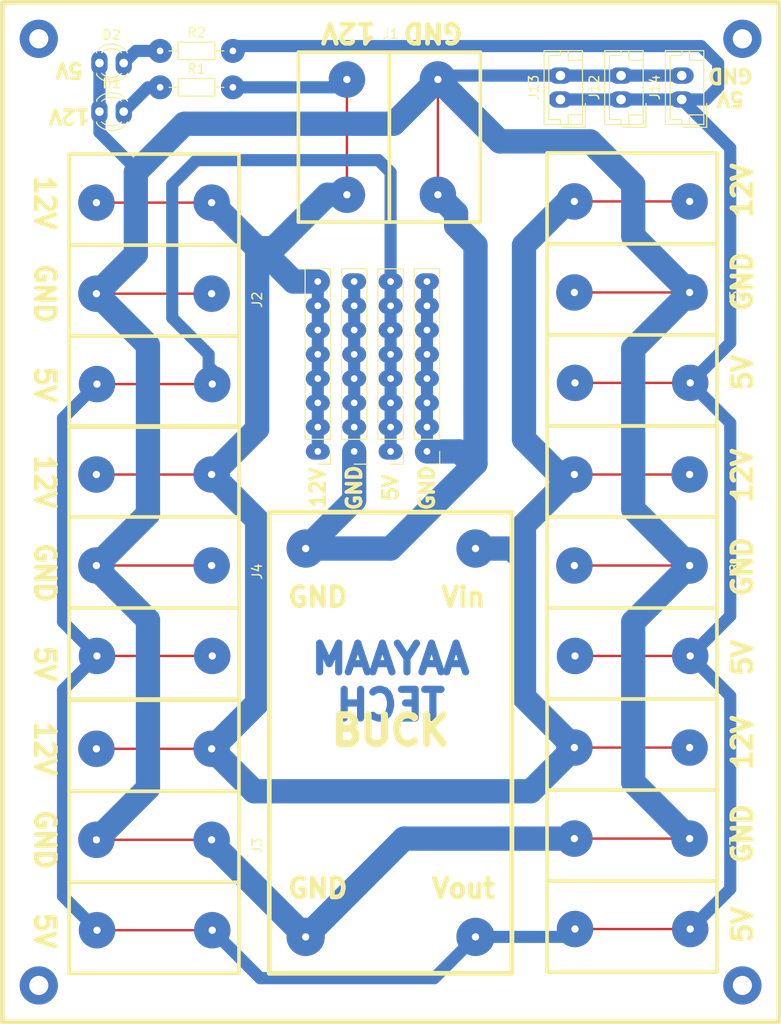
<source format=kicad_pcb>
(kicad_pcb (version 20171130) (host pcbnew 5.1.2-f72e74a~80~ubuntu18.04.1)

  (general
    (thickness 1.6)
    (drawings 32)
    (tracks 182)
    (zones 0)
    (modules 19)
    (nets 6)
  )

  (page A4)
  (layers
    (0 F.Cu signal)
    (31 B.Cu signal)
    (32 B.Adhes user)
    (33 F.Adhes user)
    (34 B.Paste user)
    (35 F.Paste user)
    (36 B.SilkS user)
    (37 F.SilkS user)
    (38 B.Mask user)
    (39 F.Mask user)
    (40 Dwgs.User user)
    (41 Cmts.User user)
    (42 Eco1.User user)
    (43 Eco2.User user)
    (44 Edge.Cuts user)
    (45 Margin user)
    (46 B.CrtYd user)
    (47 F.CrtYd user)
    (48 B.Fab user)
    (49 F.Fab user)
  )

  (setup
    (last_trace_width 0.25)
    (user_trace_width 1.016)
    (user_trace_width 1.27)
    (user_trace_width 2.54)
    (trace_clearance 0.2)
    (zone_clearance 0.508)
    (zone_45_only no)
    (trace_min 0.2)
    (via_size 0.8)
    (via_drill 0.4)
    (via_min_size 0.4)
    (via_min_drill 0.3)
    (uvia_size 0.3)
    (uvia_drill 0.1)
    (uvias_allowed no)
    (uvia_min_size 0.2)
    (uvia_min_drill 0.1)
    (edge_width 0.05)
    (segment_width 0.2)
    (pcb_text_width 0.3)
    (pcb_text_size 1.5 1.5)
    (mod_edge_width 0.5)
    (mod_text_size 1 1)
    (mod_text_width 0.15)
    (pad_size 1.7 2.5)
    (pad_drill 0.9)
    (pad_to_mask_clearance 0.051)
    (solder_mask_min_width 0.25)
    (aux_axis_origin 0 0)
    (visible_elements FFFFFF7F)
    (pcbplotparams
      (layerselection 0x010fc_ffffffff)
      (usegerberextensions false)
      (usegerberattributes false)
      (usegerberadvancedattributes false)
      (creategerberjobfile false)
      (excludeedgelayer true)
      (linewidth 0.100000)
      (plotframeref false)
      (viasonmask false)
      (mode 1)
      (useauxorigin false)
      (hpglpennumber 1)
      (hpglpenspeed 20)
      (hpglpendiameter 15.000000)
      (psnegative false)
      (psa4output false)
      (plotreference true)
      (plotvalue true)
      (plotinvisibletext false)
      (padsonsilk false)
      (subtractmaskfromsilk false)
      (outputformat 1)
      (mirror false)
      (drillshape 1)
      (scaleselection 1)
      (outputdirectory ""))
  )

  (net 0 "")
  (net 1 GND)
  (net 2 "Net-(D1-Pad2)")
  (net 3 "Net-(D2-Pad2)")
  (net 4 +12V)
  (net 5 +5V)

  (net_class Default "This is the default net class."
    (clearance 0.2)
    (trace_width 0.25)
    (via_dia 0.8)
    (via_drill 0.4)
    (uvia_dia 0.3)
    (uvia_drill 0.1)
    (add_net +12V)
    (add_net +5V)
    (add_net GND)
    (add_net "Net-(D1-Pad2)")
    (add_net "Net-(D2-Pad2)")
  )

  (module rashik:Screw_Terminal_3_Pin (layer F.Cu) (tedit 5CE6053F) (tstamp 5D2C603B)
    (at 162.56 97.155 270)
    (path /5D2C22AE)
    (fp_text reference J8 (at 0.508 -10.668 90) (layer F.SilkS)
      (effects (font (size 1 1) (thickness 0.15)))
    )
    (fp_text value "OUT 1" (at -0.127 -13.073 90) (layer F.Fab)
      (effects (font (size 1 1) (thickness 0.15)))
    )
    (fp_line (start -14.732 9.017) (end 4.318 9.017) (layer F.SilkS) (width 0.381))
    (fp_line (start 4.318 -8.763) (end -14.732 -8.763) (layer F.SilkS) (width 0.381))
    (fp_line (start 4.318 9.017) (end 4.318 -8.763) (layer F.SilkS) (width 0.381))
    (fp_line (start -14.732 -8.763) (end -14.732 9.017) (layer F.SilkS) (width 0.381))
    (fp_line (start -5.207 -8.763) (end -5.207 9.017) (layer F.SilkS) (width 0.381))
    (fp_line (start 13.843 -8.763) (end 13.843 9.017) (layer F.SilkS) (width 0.381))
    (fp_line (start 4.318 -8.763) (end 13.843 -8.763) (layer F.SilkS) (width 0.381))
    (fp_line (start 4.318 9.017) (end 13.843 9.017) (layer F.SilkS) (width 0.381))
    (pad 1 thru_hole circle (at -9.652 -5.9055 270) (size 3.81 3.81) (drill 0.762) (layers *.Cu *.Mask)
      (net 4 +12V))
    (pad 1 thru_hole circle (at -9.652 6.1595 270) (size 3.81 3.81) (drill 0.762) (layers *.Cu *.Mask)
      (net 4 +12V))
    (pad 2 thru_hole circle (at -0.127 6.1595 270) (size 3.81 3.81) (drill 0.762) (layers *.Cu *.Mask)
      (net 1 GND))
    (pad 2 thru_hole circle (at -0.127 -5.9055 270) (size 3.81 3.81) (drill 0.762) (layers *.Cu *.Mask)
      (net 1 GND))
    (pad 3 thru_hole circle (at 9.3345 6.096 270) (size 3.81 3.81) (drill 0.762) (layers *.Cu *.Mask)
      (net 5 +5V))
    (pad 3 thru_hole circle (at 9.3345 -5.969 270) (size 3.81 3.81) (drill 0.762) (layers *.Cu *.Mask)
      (net 5 +5V))
    (model ${MYLIB}/solar_conn_2_pin.STEP
      (offset (xyz -1.5 22 2.5))
      (scale (xyz 1.2 1 1.45))
      (rotate (xyz -90 0 0))
    )
    (model ${MYLIB}/solar_conn_2_pin.STEP
      (offset (xyz 8 22 2.5))
      (scale (xyz 1.2 1 1.45))
      (rotate (xyz -90 0 0))
    )
  )

  (module rashik:Buck (layer F.Cu) (tedit 5D2C0C7A) (tstamp 5D2C6017)
    (at 135.89 115.57)
    (path /5D2CE73D)
    (fp_text reference BUCK (at 1.27 -1.27) (layer F.SilkS)
      (effects (font (size 2.999999 2.999999) (thickness 0.75)))
    )
    (fp_text value BUCK (at 0 -6.35) (layer F.Fab)
      (effects (font (size 1 1) (thickness 0.15)))
    )
    (fp_line (start -11.43 -24.13) (end 13.97 -24.13) (layer F.SilkS) (width 0.5))
    (fp_line (start 13.97 -24.13) (end 13.97 24.13) (layer F.SilkS) (width 0.5))
    (fp_line (start 13.97 24.13) (end -11.43 24.13) (layer F.SilkS) (width 0.5))
    (fp_line (start -11.43 24.13) (end -11.43 -24.13) (layer F.SilkS) (width 0.5))
    (fp_text user GND (at -6.35 -15.24) (layer F.SilkS)
      (effects (font (size 2 2) (thickness 0.5)))
    )
    (fp_text user GND (at -6.35 15.24) (layer F.SilkS)
      (effects (font (size 2 2) (thickness 0.5)))
    )
    (fp_text user Vin (at 8.89 -15.24) (layer F.SilkS)
      (effects (font (size 2 2) (thickness 0.5)))
    )
    (fp_text user Vout (at 8.89 15.24) (layer F.SilkS)
      (effects (font (size 2 2) (thickness 0.5)))
    )
    (pad 1 thru_hole circle (at -7.62 -20.32) (size 4 4) (drill 0.762) (layers *.Cu *.Mask)
      (net 1 GND))
    (pad 2 thru_hole circle (at 10.16 -20.32) (size 4 4) (drill 0.762) (layers *.Cu *.Mask)
      (net 4 +12V))
    (pad 3 thru_hole circle (at -7.62 20.32) (size 4 4) (drill 0.762) (layers *.Cu *.Mask)
      (net 1 GND))
    (pad 4 thru_hole circle (at 10.16 20.32) (size 4 4) (drill 0.762) (layers *.Cu *.Mask)
      (net 5 +5V))
  )

  (module LED_THT:LED_D3.0mm (layer F.Cu) (tedit 587A3A7B) (tstamp 5D2C5F9F)
    (at 106.68 49.53)
    (descr "LED, diameter 3.0mm, 2 pins")
    (tags "LED diameter 3.0mm 2 pins")
    (path /5D2CBD27)
    (fp_text reference D1 (at 1.27 -2.96) (layer F.SilkS)
      (effects (font (size 1 1) (thickness 0.15)))
    )
    (fp_text value "12V LED" (at 1.27 2.96) (layer F.Fab)
      (effects (font (size 1 1) (thickness 0.15)))
    )
    (fp_arc (start 1.27 0) (end -0.23 -1.16619) (angle 284.3) (layer F.Fab) (width 0.1))
    (fp_arc (start 1.27 0) (end -0.29 -1.235516) (angle 108.8) (layer F.SilkS) (width 0.12))
    (fp_arc (start 1.27 0) (end -0.29 1.235516) (angle -108.8) (layer F.SilkS) (width 0.12))
    (fp_arc (start 1.27 0) (end 0.229039 -1.08) (angle 87.9) (layer F.SilkS) (width 0.12))
    (fp_arc (start 1.27 0) (end 0.229039 1.08) (angle -87.9) (layer F.SilkS) (width 0.12))
    (fp_circle (center 1.27 0) (end 2.77 0) (layer F.Fab) (width 0.1))
    (fp_line (start -0.23 -1.16619) (end -0.23 1.16619) (layer F.Fab) (width 0.1))
    (fp_line (start -0.29 -1.236) (end -0.29 -1.08) (layer F.SilkS) (width 0.12))
    (fp_line (start -0.29 1.08) (end -0.29 1.236) (layer F.SilkS) (width 0.12))
    (fp_line (start -1.15 -2.25) (end -1.15 2.25) (layer F.CrtYd) (width 0.05))
    (fp_line (start -1.15 2.25) (end 3.7 2.25) (layer F.CrtYd) (width 0.05))
    (fp_line (start 3.7 2.25) (end 3.7 -2.25) (layer F.CrtYd) (width 0.05))
    (fp_line (start 3.7 -2.25) (end -1.15 -2.25) (layer F.CrtYd) (width 0.05))
    (pad 1 thru_hole oval (at 0 0) (size 1.7 2.5) (drill 0.9) (layers *.Cu *.Mask)
      (net 1 GND))
    (pad 2 thru_hole oval (at 2.54 0) (size 1.7 2.5) (drill 0.9) (layers *.Cu *.Mask)
      (net 2 "Net-(D1-Pad2)"))
    (model ${KISYS3DMOD}/LED_THT.3dshapes/LED_D3.0mm.wrl
      (at (xyz 0 0 0))
      (scale (xyz 1 1 1))
      (rotate (xyz 0 0 0))
    )
  )

  (module LED_THT:LED_D3.0mm (layer F.Cu) (tedit 5D2C15CD) (tstamp 5D2C5FB2)
    (at 106.68 44.45)
    (descr "LED, diameter 3.0mm, 2 pins")
    (tags "LED diameter 3.0mm 2 pins")
    (path /5D2CC1A2)
    (fp_text reference D2 (at 1.27 -2.96) (layer F.SilkS)
      (effects (font (size 1 1) (thickness 0.15)))
    )
    (fp_text value "5V LED" (at 1.27 2.96) (layer F.Fab)
      (effects (font (size 1 1) (thickness 0.15)))
    )
    (fp_line (start 3.7 -2.25) (end -1.15 -2.25) (layer F.CrtYd) (width 0.05))
    (fp_line (start 3.7 2.25) (end 3.7 -2.25) (layer F.CrtYd) (width 0.05))
    (fp_line (start -1.15 2.25) (end 3.7 2.25) (layer F.CrtYd) (width 0.05))
    (fp_line (start -1.15 -2.25) (end -1.15 2.25) (layer F.CrtYd) (width 0.05))
    (fp_line (start -0.29 1.08) (end -0.29 1.236) (layer F.SilkS) (width 0.12))
    (fp_line (start -0.29 -1.236) (end -0.29 -1.08) (layer F.SilkS) (width 0.12))
    (fp_line (start -0.23 -1.16619) (end -0.23 1.16619) (layer F.Fab) (width 0.1))
    (fp_circle (center 1.27 0) (end 2.77 0) (layer F.Fab) (width 0.1))
    (fp_arc (start 1.27 0) (end 0.229039 1.08) (angle -87.9) (layer F.SilkS) (width 0.12))
    (fp_arc (start 1.27 0) (end 0.229039 -1.08) (angle 87.9) (layer F.SilkS) (width 0.12))
    (fp_arc (start 1.27 0) (end -0.29 1.235516) (angle -108.8) (layer F.SilkS) (width 0.12))
    (fp_arc (start 1.27 0) (end -0.29 -1.235516) (angle 108.8) (layer F.SilkS) (width 0.12))
    (fp_arc (start 1.27 0) (end -0.23 -1.16619) (angle 284.3) (layer F.Fab) (width 0.1))
    (pad 2 thru_hole oval (at 2.54 0) (size 1.7 2.5) (drill 0.9) (layers *.Cu *.Mask)
      (net 3 "Net-(D2-Pad2)"))
    (pad 1 thru_hole oval (at 0 0) (size 1.7 2.5) (drill 0.9) (layers *.Cu *.Mask)
      (net 1 GND))
    (model ${KISYS3DMOD}/LED_THT.3dshapes/LED_D3.0mm.wrl
      (at (xyz 0 0 0))
      (scale (xyz 1 1 1))
      (rotate (xyz 0 0 0))
    )
  )

  (module rashik:Screw_Terminal_2_Pin (layer F.Cu) (tedit 5CE3C007) (tstamp 5D2C5FBF)
    (at 142.24 52.07)
    (path /5D2C29C9)
    (fp_text reference J1 (at -5.08 -10.668) (layer F.SilkS)
      (effects (font (size 1 1) (thickness 0.15)))
    )
    (fp_text value "POWER IN" (at -4.445 -13.335) (layer F.Fab)
      (effects (font (size 1 1) (thickness 0.15)))
    )
    (fp_line (start -14.732 9.017) (end 4.318 9.017) (layer F.SilkS) (width 0.381))
    (fp_line (start 4.318 -8.763) (end -14.732 -8.763) (layer F.SilkS) (width 0.381))
    (fp_line (start 4.318 9.017) (end 4.318 -8.763) (layer F.SilkS) (width 0.381))
    (fp_line (start -14.732 -8.763) (end -14.732 9.017) (layer F.SilkS) (width 0.381))
    (fp_line (start -5.207 -8.763) (end -5.207 9.017) (layer F.SilkS) (width 0.381))
    (pad 1 thru_hole circle (at -9.652 -5.9055) (size 3.81 3.81) (drill 0.762) (layers *.Cu *.Mask)
      (net 4 +12V))
    (pad 1 thru_hole circle (at -9.652 6.1595) (size 3.81 3.81) (drill 0.762) (layers *.Cu *.Mask)
      (net 4 +12V))
    (pad 2 thru_hole circle (at -0.127 6.1595) (size 3.81 3.81) (drill 0.762) (layers *.Cu *.Mask)
      (net 1 GND))
    (pad 2 thru_hole circle (at -0.127 -5.9055) (size 3.81 3.81) (drill 0.762) (layers *.Cu *.Mask)
      (net 1 GND))
    (model ${MYLIB}/solar_conn_2_pin.STEP
      (offset (xyz -1.5 22.5 4))
      (scale (xyz 1.2 1 1.5))
      (rotate (xyz -90 0 0))
    )
  )

  (module rashik:Screw_Terminal_3_Pin (layer F.Cu) (tedit 5CE6053F) (tstamp 5D2C5FD1)
    (at 112.522 68.707 270)
    (path /5D2C06D1)
    (fp_text reference J2 (at 0.508 -10.668 90) (layer F.SilkS)
      (effects (font (size 1 1) (thickness 0.15)))
    )
    (fp_text value "OUT 1" (at -0.127 -13.073 90) (layer F.Fab)
      (effects (font (size 1 1) (thickness 0.15)))
    )
    (fp_line (start 4.318 9.017) (end 13.843 9.017) (layer F.SilkS) (width 0.381))
    (fp_line (start 4.318 -8.763) (end 13.843 -8.763) (layer F.SilkS) (width 0.381))
    (fp_line (start 13.843 -8.763) (end 13.843 9.017) (layer F.SilkS) (width 0.381))
    (fp_line (start -5.207 -8.763) (end -5.207 9.017) (layer F.SilkS) (width 0.381))
    (fp_line (start -14.732 -8.763) (end -14.732 9.017) (layer F.SilkS) (width 0.381))
    (fp_line (start 4.318 9.017) (end 4.318 -8.763) (layer F.SilkS) (width 0.381))
    (fp_line (start 4.318 -8.763) (end -14.732 -8.763) (layer F.SilkS) (width 0.381))
    (fp_line (start -14.732 9.017) (end 4.318 9.017) (layer F.SilkS) (width 0.381))
    (pad 3 thru_hole circle (at 9.3345 -5.969 270) (size 3.81 3.81) (drill 0.762) (layers *.Cu *.Mask)
      (net 5 +5V))
    (pad 3 thru_hole circle (at 9.3345 6.096 270) (size 3.81 3.81) (drill 0.762) (layers *.Cu *.Mask)
      (net 5 +5V))
    (pad 2 thru_hole circle (at -0.127 -5.9055 270) (size 3.81 3.81) (drill 0.762) (layers *.Cu *.Mask)
      (net 1 GND))
    (pad 2 thru_hole circle (at -0.127 6.1595 270) (size 3.81 3.81) (drill 0.762) (layers *.Cu *.Mask)
      (net 1 GND))
    (pad 1 thru_hole circle (at -9.652 6.1595 270) (size 3.81 3.81) (drill 0.762) (layers *.Cu *.Mask)
      (net 4 +12V))
    (pad 1 thru_hole circle (at -9.652 -5.9055 270) (size 3.81 3.81) (drill 0.762) (layers *.Cu *.Mask)
      (net 4 +12V))
    (model ${MYLIB}/solar_conn_2_pin.STEP
      (offset (xyz -1.5 22 2.5))
      (scale (xyz 1.2 1 1.45))
      (rotate (xyz -90 0 0))
    )
    (model ${MYLIB}/solar_conn_2_pin.STEP
      (offset (xyz 8 22 2.5))
      (scale (xyz 1.2 1 1.45))
      (rotate (xyz -90 0 0))
    )
  )

  (module rashik:Screw_Terminal_3_Pin (layer F.Cu) (tedit 5CE6053F) (tstamp 5D2C5FE3)
    (at 112.522 125.857 270)
    (path /5D2C1B4A)
    (fp_text reference J3 (at 0.508 -10.668 90) (layer F.SilkS)
      (effects (font (size 1 1) (thickness 0.15)))
    )
    (fp_text value "OUT 4" (at -0.127 -13.073 90) (layer F.Fab)
      (effects (font (size 1 1) (thickness 0.15)))
    )
    (fp_line (start -14.732 9.017) (end 4.318 9.017) (layer F.SilkS) (width 0.381))
    (fp_line (start 4.318 -8.763) (end -14.732 -8.763) (layer F.SilkS) (width 0.381))
    (fp_line (start 4.318 9.017) (end 4.318 -8.763) (layer F.SilkS) (width 0.381))
    (fp_line (start -14.732 -8.763) (end -14.732 9.017) (layer F.SilkS) (width 0.381))
    (fp_line (start -5.207 -8.763) (end -5.207 9.017) (layer F.SilkS) (width 0.381))
    (fp_line (start 13.843 -8.763) (end 13.843 9.017) (layer F.SilkS) (width 0.381))
    (fp_line (start 4.318 -8.763) (end 13.843 -8.763) (layer F.SilkS) (width 0.381))
    (fp_line (start 4.318 9.017) (end 13.843 9.017) (layer F.SilkS) (width 0.381))
    (pad 1 thru_hole circle (at -9.652 -5.9055 270) (size 3.81 3.81) (drill 0.762) (layers *.Cu *.Mask)
      (net 4 +12V))
    (pad 1 thru_hole circle (at -9.652 6.1595 270) (size 3.81 3.81) (drill 0.762) (layers *.Cu *.Mask)
      (net 4 +12V))
    (pad 2 thru_hole circle (at -0.127 6.1595 270) (size 3.81 3.81) (drill 0.762) (layers *.Cu *.Mask)
      (net 1 GND))
    (pad 2 thru_hole circle (at -0.127 -5.9055 270) (size 3.81 3.81) (drill 0.762) (layers *.Cu *.Mask)
      (net 1 GND))
    (pad 3 thru_hole circle (at 9.3345 6.096 270) (size 3.81 3.81) (drill 0.762) (layers *.Cu *.Mask)
      (net 5 +5V))
    (pad 3 thru_hole circle (at 9.3345 -5.969 270) (size 3.81 3.81) (drill 0.762) (layers *.Cu *.Mask)
      (net 5 +5V))
    (model ${MYLIB}/solar_conn_2_pin.STEP
      (offset (xyz -1.5 22 2.5))
      (scale (xyz 1.2 1 1.45))
      (rotate (xyz -90 0 0))
    )
    (model ${MYLIB}/solar_conn_2_pin.STEP
      (offset (xyz 8 22 2.5))
      (scale (xyz 1.2 1 1.45))
      (rotate (xyz -90 0 0))
    )
  )

  (module rashik:Screw_Terminal_3_Pin (layer F.Cu) (tedit 5CE6053F) (tstamp 5D2C5FF5)
    (at 112.522 97.155 270)
    (path /5D2C13F2)
    (fp_text reference J4 (at 0.508 -10.668 90) (layer F.SilkS)
      (effects (font (size 1 1) (thickness 0.15)))
    )
    (fp_text value "OUT 2" (at -0.127 -13.073 90) (layer F.Fab)
      (effects (font (size 1 1) (thickness 0.15)))
    )
    (fp_line (start -14.732 9.017) (end 4.318 9.017) (layer F.SilkS) (width 0.381))
    (fp_line (start 4.318 -8.763) (end -14.732 -8.763) (layer F.SilkS) (width 0.381))
    (fp_line (start 4.318 9.017) (end 4.318 -8.763) (layer F.SilkS) (width 0.381))
    (fp_line (start -14.732 -8.763) (end -14.732 9.017) (layer F.SilkS) (width 0.381))
    (fp_line (start -5.207 -8.763) (end -5.207 9.017) (layer F.SilkS) (width 0.381))
    (fp_line (start 13.843 -8.763) (end 13.843 9.017) (layer F.SilkS) (width 0.381))
    (fp_line (start 4.318 -8.763) (end 13.843 -8.763) (layer F.SilkS) (width 0.381))
    (fp_line (start 4.318 9.017) (end 13.843 9.017) (layer F.SilkS) (width 0.381))
    (pad 1 thru_hole circle (at -9.652 -5.9055 270) (size 3.81 3.81) (drill 0.762) (layers *.Cu *.Mask)
      (net 4 +12V))
    (pad 1 thru_hole circle (at -9.652 6.1595 270) (size 3.81 3.81) (drill 0.762) (layers *.Cu *.Mask)
      (net 4 +12V))
    (pad 2 thru_hole circle (at -0.127 6.1595 270) (size 3.81 3.81) (drill 0.762) (layers *.Cu *.Mask)
      (net 1 GND))
    (pad 2 thru_hole circle (at -0.127 -5.9055 270) (size 3.81 3.81) (drill 0.762) (layers *.Cu *.Mask)
      (net 1 GND))
    (pad 3 thru_hole circle (at 9.3345 6.096 270) (size 3.81 3.81) (drill 0.762) (layers *.Cu *.Mask)
      (net 5 +5V))
    (pad 3 thru_hole circle (at 9.3345 -5.969 270) (size 3.81 3.81) (drill 0.762) (layers *.Cu *.Mask)
      (net 5 +5V))
    (model ${MYLIB}/solar_conn_2_pin.STEP
      (offset (xyz -1.5 22 2.5))
      (scale (xyz 1.2 1 1.45))
      (rotate (xyz -90 0 0))
    )
    (model ${MYLIB}/solar_conn_2_pin.STEP
      (offset (xyz 8 22 2.5))
      (scale (xyz 1.2 1 1.45))
      (rotate (xyz -90 0 0))
    )
  )

  (module rashik:Screw_Terminal_3_Pin (layer F.Cu) (tedit 5CE6053F) (tstamp 5D2C6007)
    (at 162.56 68.58 270)
    (path /5D2C1E48)
    (fp_text reference J5 (at 0.508 -10.668 90) (layer F.SilkS)
      (effects (font (size 1 1) (thickness 0.15)))
    )
    (fp_text value "OUT 6" (at -0.127 -13.073 90) (layer F.Fab)
      (effects (font (size 1 1) (thickness 0.15)))
    )
    (fp_line (start 4.318 9.017) (end 13.843 9.017) (layer F.SilkS) (width 0.381))
    (fp_line (start 4.318 -8.763) (end 13.843 -8.763) (layer F.SilkS) (width 0.381))
    (fp_line (start 13.843 -8.763) (end 13.843 9.017) (layer F.SilkS) (width 0.381))
    (fp_line (start -5.207 -8.763) (end -5.207 9.017) (layer F.SilkS) (width 0.381))
    (fp_line (start -14.732 -8.763) (end -14.732 9.017) (layer F.SilkS) (width 0.381))
    (fp_line (start 4.318 9.017) (end 4.318 -8.763) (layer F.SilkS) (width 0.381))
    (fp_line (start 4.318 -8.763) (end -14.732 -8.763) (layer F.SilkS) (width 0.381))
    (fp_line (start -14.732 9.017) (end 4.318 9.017) (layer F.SilkS) (width 0.381))
    (pad 3 thru_hole circle (at 9.3345 -5.969 270) (size 3.81 3.81) (drill 0.762) (layers *.Cu *.Mask)
      (net 5 +5V))
    (pad 3 thru_hole circle (at 9.3345 6.096 270) (size 3.81 3.81) (drill 0.762) (layers *.Cu *.Mask)
      (net 5 +5V))
    (pad 2 thru_hole circle (at -0.127 -5.9055 270) (size 3.81 3.81) (drill 0.762) (layers *.Cu *.Mask)
      (net 1 GND))
    (pad 2 thru_hole circle (at -0.127 6.1595 270) (size 3.81 3.81) (drill 0.762) (layers *.Cu *.Mask)
      (net 1 GND))
    (pad 1 thru_hole circle (at -9.652 6.1595 270) (size 3.81 3.81) (drill 0.762) (layers *.Cu *.Mask)
      (net 4 +12V))
    (pad 1 thru_hole circle (at -9.652 -5.9055 270) (size 3.81 3.81) (drill 0.762) (layers *.Cu *.Mask)
      (net 4 +12V))
    (model ${MYLIB}/solar_conn_2_pin.STEP
      (offset (xyz -1.5 22 2.5))
      (scale (xyz 1.2 1 1.45))
      (rotate (xyz -90 0 0))
    )
    (model ${MYLIB}/solar_conn_2_pin.STEP
      (offset (xyz 8 22 2.5))
      (scale (xyz 1.2 1 1.45))
      (rotate (xyz -90 0 0))
    )
  )

  (module rashik:Screw_Terminal_3_Pin (layer F.Cu) (tedit 5CE6053F) (tstamp 5D2C6029)
    (at 162.56 125.73 270)
    (path /5D2C17F4)
    (fp_text reference J7 (at 0.508 -10.668 90) (layer F.SilkS)
      (effects (font (size 1 1) (thickness 0.15)))
    )
    (fp_text value "OUT 3" (at -0.127 -13.073 90) (layer F.Fab)
      (effects (font (size 1 1) (thickness 0.15)))
    )
    (fp_line (start 4.318 9.017) (end 13.843 9.017) (layer F.SilkS) (width 0.381))
    (fp_line (start 4.318 -8.763) (end 13.843 -8.763) (layer F.SilkS) (width 0.381))
    (fp_line (start 13.843 -8.763) (end 13.843 9.017) (layer F.SilkS) (width 0.381))
    (fp_line (start -5.207 -8.763) (end -5.207 9.017) (layer F.SilkS) (width 0.381))
    (fp_line (start -14.732 -8.763) (end -14.732 9.017) (layer F.SilkS) (width 0.381))
    (fp_line (start 4.318 9.017) (end 4.318 -8.763) (layer F.SilkS) (width 0.381))
    (fp_line (start 4.318 -8.763) (end -14.732 -8.763) (layer F.SilkS) (width 0.381))
    (fp_line (start -14.732 9.017) (end 4.318 9.017) (layer F.SilkS) (width 0.381))
    (pad 3 thru_hole circle (at 9.3345 -5.969 270) (size 3.81 3.81) (drill 0.762) (layers *.Cu *.Mask)
      (net 5 +5V))
    (pad 3 thru_hole circle (at 9.3345 6.096 270) (size 3.81 3.81) (drill 0.762) (layers *.Cu *.Mask)
      (net 5 +5V))
    (pad 2 thru_hole circle (at -0.127 -5.9055 270) (size 3.81 3.81) (drill 0.762) (layers *.Cu *.Mask)
      (net 1 GND))
    (pad 2 thru_hole circle (at -0.127 6.1595 270) (size 3.81 3.81) (drill 0.762) (layers *.Cu *.Mask)
      (net 1 GND))
    (pad 1 thru_hole circle (at -9.652 6.1595 270) (size 3.81 3.81) (drill 0.762) (layers *.Cu *.Mask)
      (net 4 +12V))
    (pad 1 thru_hole circle (at -9.652 -5.9055 270) (size 3.81 3.81) (drill 0.762) (layers *.Cu *.Mask)
      (net 4 +12V))
    (model ${MYLIB}/solar_conn_2_pin.STEP
      (offset (xyz -1.5 22 2.5))
      (scale (xyz 1.2 1 1.45))
      (rotate (xyz -90 0 0))
    )
    (model ${MYLIB}/solar_conn_2_pin.STEP
      (offset (xyz 8 22 2.5))
      (scale (xyz 1.2 1 1.45))
      (rotate (xyz -90 0 0))
    )
  )

  (module Connector_JST:JST_EH_B2B-EH-A_1x02_P2.50mm_Vertical (layer F.Cu) (tedit 5C28142C) (tstamp 5D2C61DE)
    (at 161.29 48.26 90)
    (descr "JST EH series connector, B2B-EH-A (http://www.jst-mfg.com/product/pdf/eng/eEH.pdf), generated with kicad-footprint-generator")
    (tags "connector JST EH vertical")
    (path /5D2D36C5)
    (fp_text reference J12 (at 1.25 -2.8 90) (layer F.SilkS)
      (effects (font (size 1 1) (thickness 0.15)))
    )
    (fp_text value "5V OUT" (at 1.25 3.4 90) (layer F.Fab)
      (effects (font (size 1 1) (thickness 0.15)))
    )
    (fp_line (start -2.5 -1.6) (end -2.5 2.2) (layer F.Fab) (width 0.1))
    (fp_line (start -2.5 2.2) (end 5 2.2) (layer F.Fab) (width 0.1))
    (fp_line (start 5 2.2) (end 5 -1.6) (layer F.Fab) (width 0.1))
    (fp_line (start 5 -1.6) (end -2.5 -1.6) (layer F.Fab) (width 0.1))
    (fp_line (start -3 -2.1) (end -3 2.7) (layer F.CrtYd) (width 0.05))
    (fp_line (start -3 2.7) (end 5.5 2.7) (layer F.CrtYd) (width 0.05))
    (fp_line (start 5.5 2.7) (end 5.5 -2.1) (layer F.CrtYd) (width 0.05))
    (fp_line (start 5.5 -2.1) (end -3 -2.1) (layer F.CrtYd) (width 0.05))
    (fp_line (start -2.61 -1.71) (end -2.61 2.31) (layer F.SilkS) (width 0.12))
    (fp_line (start -2.61 2.31) (end 5.11 2.31) (layer F.SilkS) (width 0.12))
    (fp_line (start 5.11 2.31) (end 5.11 -1.71) (layer F.SilkS) (width 0.12))
    (fp_line (start 5.11 -1.71) (end -2.61 -1.71) (layer F.SilkS) (width 0.12))
    (fp_line (start -2.61 0) (end -2.11 0) (layer F.SilkS) (width 0.12))
    (fp_line (start -2.11 0) (end -2.11 -1.21) (layer F.SilkS) (width 0.12))
    (fp_line (start -2.11 -1.21) (end 4.61 -1.21) (layer F.SilkS) (width 0.12))
    (fp_line (start 4.61 -1.21) (end 4.61 0) (layer F.SilkS) (width 0.12))
    (fp_line (start 4.61 0) (end 5.11 0) (layer F.SilkS) (width 0.12))
    (fp_line (start -2.61 0.81) (end -1.61 0.81) (layer F.SilkS) (width 0.12))
    (fp_line (start -1.61 0.81) (end -1.61 2.31) (layer F.SilkS) (width 0.12))
    (fp_line (start 5.11 0.81) (end 4.11 0.81) (layer F.SilkS) (width 0.12))
    (fp_line (start 4.11 0.81) (end 4.11 2.31) (layer F.SilkS) (width 0.12))
    (fp_line (start -2.91 0.11) (end -2.91 2.61) (layer F.SilkS) (width 0.12))
    (fp_line (start -2.91 2.61) (end -0.41 2.61) (layer F.SilkS) (width 0.12))
    (fp_line (start -2.91 0.11) (end -2.91 2.61) (layer F.Fab) (width 0.1))
    (fp_line (start -2.91 2.61) (end -0.41 2.61) (layer F.Fab) (width 0.1))
    (fp_text user %R (at 1.25 1.5 90) (layer F.Fab)
      (effects (font (size 1 1) (thickness 0.15)))
    )
    (pad 1 thru_hole oval (at 0 0 90) (size 1.7 2.5) (drill 1) (layers *.Cu *.Mask)
      (net 5 +5V))
    (pad 2 thru_hole oval (at 2.5 0 90) (size 1.7 2.5) (drill 1) (layers *.Cu *.Mask)
      (net 1 GND))
    (model ${KISYS3DMOD}/Connector_JST.3dshapes/JST_EH_B2B-EH-A_1x02_P2.50mm_Vertical.wrl
      (at (xyz 0 0 0))
      (scale (xyz 1 1 1))
      (rotate (xyz 0 0 0))
    )
  )

  (module Connector_JST:JST_EH_B2B-EH-A_1x02_P2.50mm_Vertical (layer F.Cu) (tedit 5D2C1593) (tstamp 5D2C61FE)
    (at 154.94 48.26 90)
    (descr "JST EH series connector, B2B-EH-A (http://www.jst-mfg.com/product/pdf/eng/eEH.pdf), generated with kicad-footprint-generator")
    (tags "connector JST EH vertical")
    (path /5D2D5916)
    (fp_text reference J13 (at 1.25 -2.8 90) (layer F.SilkS)
      (effects (font (size 1 1) (thickness 0.15)))
    )
    (fp_text value "5V OUT" (at 1.25 3.4 90) (layer F.Fab)
      (effects (font (size 1 1) (thickness 0.15)))
    )
    (fp_text user %R (at 1.25 1.5 90) (layer F.Fab)
      (effects (font (size 1 1) (thickness 0.15)))
    )
    (fp_line (start -2.91 2.61) (end -0.41 2.61) (layer F.Fab) (width 0.1))
    (fp_line (start -2.91 0.11) (end -2.91 2.61) (layer F.Fab) (width 0.1))
    (fp_line (start -2.91 2.61) (end -0.41 2.61) (layer F.SilkS) (width 0.12))
    (fp_line (start -2.91 0.11) (end -2.91 2.61) (layer F.SilkS) (width 0.12))
    (fp_line (start 4.11 0.81) (end 4.11 2.31) (layer F.SilkS) (width 0.12))
    (fp_line (start 5.11 0.81) (end 4.11 0.81) (layer F.SilkS) (width 0.12))
    (fp_line (start -1.61 0.81) (end -1.61 2.31) (layer F.SilkS) (width 0.12))
    (fp_line (start -2.61 0.81) (end -1.61 0.81) (layer F.SilkS) (width 0.12))
    (fp_line (start 4.61 0) (end 5.11 0) (layer F.SilkS) (width 0.12))
    (fp_line (start 4.61 -1.21) (end 4.61 0) (layer F.SilkS) (width 0.12))
    (fp_line (start -2.11 -1.21) (end 4.61 -1.21) (layer F.SilkS) (width 0.12))
    (fp_line (start -2.11 0) (end -2.11 -1.21) (layer F.SilkS) (width 0.12))
    (fp_line (start -2.61 0) (end -2.11 0) (layer F.SilkS) (width 0.12))
    (fp_line (start 5.11 -1.71) (end -2.61 -1.71) (layer F.SilkS) (width 0.12))
    (fp_line (start 5.11 2.31) (end 5.11 -1.71) (layer F.SilkS) (width 0.12))
    (fp_line (start -2.61 2.31) (end 5.11 2.31) (layer F.SilkS) (width 0.12))
    (fp_line (start -2.61 -1.71) (end -2.61 2.31) (layer F.SilkS) (width 0.12))
    (fp_line (start 5.5 -2.1) (end -3 -2.1) (layer F.CrtYd) (width 0.05))
    (fp_line (start 5.5 2.7) (end 5.5 -2.1) (layer F.CrtYd) (width 0.05))
    (fp_line (start -3 2.7) (end 5.5 2.7) (layer F.CrtYd) (width 0.05))
    (fp_line (start -3 -2.1) (end -3 2.7) (layer F.CrtYd) (width 0.05))
    (fp_line (start 5 -1.6) (end -2.5 -1.6) (layer F.Fab) (width 0.1))
    (fp_line (start 5 2.2) (end 5 -1.6) (layer F.Fab) (width 0.1))
    (fp_line (start -2.5 2.2) (end 5 2.2) (layer F.Fab) (width 0.1))
    (fp_line (start -2.5 -1.6) (end -2.5 2.2) (layer F.Fab) (width 0.1))
    (pad 2 thru_hole oval (at 2.5 0 90) (size 1.7 2.5) (drill 1) (layers *.Cu *.Mask)
      (net 1 GND))
    (pad 1 thru_hole oval (at 0 0 90) (size 1.7 2.5) (drill 1) (layers *.Cu *.Mask)
      (net 5 +5V))
    (model ${KISYS3DMOD}/Connector_JST.3dshapes/JST_EH_B2B-EH-A_1x02_P2.50mm_Vertical.wrl
      (at (xyz 0 0 0))
      (scale (xyz 1 1 1))
      (rotate (xyz 0 0 0))
    )
  )

  (module Connector_JST:JST_EH_B2B-EH-A_1x02_P2.50mm_Vertical (layer F.Cu) (tedit 5C28142C) (tstamp 5D2C621E)
    (at 167.64 48.26 90)
    (descr "JST EH series connector, B2B-EH-A (http://www.jst-mfg.com/product/pdf/eng/eEH.pdf), generated with kicad-footprint-generator")
    (tags "connector JST EH vertical")
    (path /5D2D5BC9)
    (fp_text reference J14 (at 1.25 -2.8 90) (layer F.SilkS)
      (effects (font (size 1 1) (thickness 0.15)))
    )
    (fp_text value "5V OUT" (at 1.25 3.4 90) (layer F.Fab)
      (effects (font (size 1 1) (thickness 0.15)))
    )
    (fp_line (start -2.5 -1.6) (end -2.5 2.2) (layer F.Fab) (width 0.1))
    (fp_line (start -2.5 2.2) (end 5 2.2) (layer F.Fab) (width 0.1))
    (fp_line (start 5 2.2) (end 5 -1.6) (layer F.Fab) (width 0.1))
    (fp_line (start 5 -1.6) (end -2.5 -1.6) (layer F.Fab) (width 0.1))
    (fp_line (start -3 -2.1) (end -3 2.7) (layer F.CrtYd) (width 0.05))
    (fp_line (start -3 2.7) (end 5.5 2.7) (layer F.CrtYd) (width 0.05))
    (fp_line (start 5.5 2.7) (end 5.5 -2.1) (layer F.CrtYd) (width 0.05))
    (fp_line (start 5.5 -2.1) (end -3 -2.1) (layer F.CrtYd) (width 0.05))
    (fp_line (start -2.61 -1.71) (end -2.61 2.31) (layer F.SilkS) (width 0.12))
    (fp_line (start -2.61 2.31) (end 5.11 2.31) (layer F.SilkS) (width 0.12))
    (fp_line (start 5.11 2.31) (end 5.11 -1.71) (layer F.SilkS) (width 0.12))
    (fp_line (start 5.11 -1.71) (end -2.61 -1.71) (layer F.SilkS) (width 0.12))
    (fp_line (start -2.61 0) (end -2.11 0) (layer F.SilkS) (width 0.12))
    (fp_line (start -2.11 0) (end -2.11 -1.21) (layer F.SilkS) (width 0.12))
    (fp_line (start -2.11 -1.21) (end 4.61 -1.21) (layer F.SilkS) (width 0.12))
    (fp_line (start 4.61 -1.21) (end 4.61 0) (layer F.SilkS) (width 0.12))
    (fp_line (start 4.61 0) (end 5.11 0) (layer F.SilkS) (width 0.12))
    (fp_line (start -2.61 0.81) (end -1.61 0.81) (layer F.SilkS) (width 0.12))
    (fp_line (start -1.61 0.81) (end -1.61 2.31) (layer F.SilkS) (width 0.12))
    (fp_line (start 5.11 0.81) (end 4.11 0.81) (layer F.SilkS) (width 0.12))
    (fp_line (start 4.11 0.81) (end 4.11 2.31) (layer F.SilkS) (width 0.12))
    (fp_line (start -2.91 0.11) (end -2.91 2.61) (layer F.SilkS) (width 0.12))
    (fp_line (start -2.91 2.61) (end -0.41 2.61) (layer F.SilkS) (width 0.12))
    (fp_line (start -2.91 0.11) (end -2.91 2.61) (layer F.Fab) (width 0.1))
    (fp_line (start -2.91 2.61) (end -0.41 2.61) (layer F.Fab) (width 0.1))
    (fp_text user %R (at 1.25 1.5 90) (layer F.Fab)
      (effects (font (size 1 1) (thickness 0.15)))
    )
    (pad 1 thru_hole oval (at 0 0 90) (size 1.7 2.5) (drill 1) (layers *.Cu *.Mask)
      (net 5 +5V))
    (pad 2 thru_hole oval (at 2.5 0 90) (size 1.7 2.5) (drill 1) (layers *.Cu *.Mask)
      (net 1 GND))
    (model ${KISYS3DMOD}/Connector_JST.3dshapes/JST_EH_B2B-EH-A_1x02_P2.50mm_Vertical.wrl
      (at (xyz 0 0 0))
      (scale (xyz 1 1 1))
      (rotate (xyz 0 0 0))
    )
  )

  (module Resistor_THT:R_Axial_DIN0204_L3.6mm_D1.6mm_P7.62mm_Horizontal (layer F.Cu) (tedit 5AE5139B) (tstamp 5D2C6235)
    (at 113.03 46.99)
    (descr "Resistor, Axial_DIN0204 series, Axial, Horizontal, pin pitch=7.62mm, 0.167W, length*diameter=3.6*1.6mm^2, http://cdn-reichelt.de/documents/datenblatt/B400/1_4W%23YAG.pdf")
    (tags "Resistor Axial_DIN0204 series Axial Horizontal pin pitch 7.62mm 0.167W length 3.6mm diameter 1.6mm")
    (path /5D2CC794)
    (fp_text reference R1 (at 3.81 -1.92) (layer F.SilkS)
      (effects (font (size 1 1) (thickness 0.15)))
    )
    (fp_text value 1K (at 3.81 1.92) (layer F.Fab)
      (effects (font (size 1 1) (thickness 0.15)))
    )
    (fp_text user %R (at 3.81 0) (layer F.Fab)
      (effects (font (size 0.72 0.72) (thickness 0.108)))
    )
    (fp_line (start 8.57 -1.05) (end -0.95 -1.05) (layer F.CrtYd) (width 0.05))
    (fp_line (start 8.57 1.05) (end 8.57 -1.05) (layer F.CrtYd) (width 0.05))
    (fp_line (start -0.95 1.05) (end 8.57 1.05) (layer F.CrtYd) (width 0.05))
    (fp_line (start -0.95 -1.05) (end -0.95 1.05) (layer F.CrtYd) (width 0.05))
    (fp_line (start 6.68 0) (end 5.73 0) (layer F.SilkS) (width 0.12))
    (fp_line (start 0.94 0) (end 1.89 0) (layer F.SilkS) (width 0.12))
    (fp_line (start 5.73 -0.92) (end 1.89 -0.92) (layer F.SilkS) (width 0.12))
    (fp_line (start 5.73 0.92) (end 5.73 -0.92) (layer F.SilkS) (width 0.12))
    (fp_line (start 1.89 0.92) (end 5.73 0.92) (layer F.SilkS) (width 0.12))
    (fp_line (start 1.89 -0.92) (end 1.89 0.92) (layer F.SilkS) (width 0.12))
    (fp_line (start 7.62 0) (end 5.61 0) (layer F.Fab) (width 0.1))
    (fp_line (start 0 0) (end 2.01 0) (layer F.Fab) (width 0.1))
    (fp_line (start 5.61 -0.8) (end 2.01 -0.8) (layer F.Fab) (width 0.1))
    (fp_line (start 5.61 0.8) (end 5.61 -0.8) (layer F.Fab) (width 0.1))
    (fp_line (start 2.01 0.8) (end 5.61 0.8) (layer F.Fab) (width 0.1))
    (fp_line (start 2.01 -0.8) (end 2.01 0.8) (layer F.Fab) (width 0.1))
    (pad 2 thru_hole circle (at 7.62 0) (size 2.5 2.5) (drill 0.7) (layers *.Cu *.Mask)
      (net 4 +12V))
    (pad 1 thru_hole circle (at 0 0) (size 2.5 2.5) (drill 0.7) (layers *.Cu *.Mask)
      (net 2 "Net-(D1-Pad2)"))
    (model ${KISYS3DMOD}/Resistor_THT.3dshapes/R_Axial_DIN0204_L3.6mm_D1.6mm_P7.62mm_Horizontal.wrl
      (at (xyz 0 0 0))
      (scale (xyz 1 1 1))
      (rotate (xyz 0 0 0))
    )
  )

  (module Resistor_THT:R_Axial_DIN0204_L3.6mm_D1.6mm_P7.62mm_Horizontal (layer F.Cu) (tedit 5D2C1569) (tstamp 5D2C624C)
    (at 113.03 43.18)
    (descr "Resistor, Axial_DIN0204 series, Axial, Horizontal, pin pitch=7.62mm, 0.167W, length*diameter=3.6*1.6mm^2, http://cdn-reichelt.de/documents/datenblatt/B400/1_4W%23YAG.pdf")
    (tags "Resistor Axial_DIN0204 series Axial Horizontal pin pitch 7.62mm 0.167W length 3.6mm diameter 1.6mm")
    (path /5D2CCA85)
    (fp_text reference R2 (at 3.81 -1.92) (layer F.SilkS)
      (effects (font (size 1 1) (thickness 0.15)))
    )
    (fp_text value 470 (at 3.81 1.92) (layer F.Fab)
      (effects (font (size 1 1) (thickness 0.15)))
    )
    (fp_line (start 2.01 -0.8) (end 2.01 0.8) (layer F.Fab) (width 0.1))
    (fp_line (start 2.01 0.8) (end 5.61 0.8) (layer F.Fab) (width 0.1))
    (fp_line (start 5.61 0.8) (end 5.61 -0.8) (layer F.Fab) (width 0.1))
    (fp_line (start 5.61 -0.8) (end 2.01 -0.8) (layer F.Fab) (width 0.1))
    (fp_line (start 0 0) (end 2.01 0) (layer F.Fab) (width 0.1))
    (fp_line (start 7.62 0) (end 5.61 0) (layer F.Fab) (width 0.1))
    (fp_line (start 1.89 -0.92) (end 1.89 0.92) (layer F.SilkS) (width 0.12))
    (fp_line (start 1.89 0.92) (end 5.73 0.92) (layer F.SilkS) (width 0.12))
    (fp_line (start 5.73 0.92) (end 5.73 -0.92) (layer F.SilkS) (width 0.12))
    (fp_line (start 5.73 -0.92) (end 1.89 -0.92) (layer F.SilkS) (width 0.12))
    (fp_line (start 0.94 0) (end 1.89 0) (layer F.SilkS) (width 0.12))
    (fp_line (start 6.68 0) (end 5.73 0) (layer F.SilkS) (width 0.12))
    (fp_line (start -0.95 -1.05) (end -0.95 1.05) (layer F.CrtYd) (width 0.05))
    (fp_line (start -0.95 1.05) (end 8.57 1.05) (layer F.CrtYd) (width 0.05))
    (fp_line (start 8.57 1.05) (end 8.57 -1.05) (layer F.CrtYd) (width 0.05))
    (fp_line (start 8.57 -1.05) (end -0.95 -1.05) (layer F.CrtYd) (width 0.05))
    (fp_text user %R (at 3.81 0) (layer F.Fab)
      (effects (font (size 0.72 0.72) (thickness 0.108)))
    )
    (pad 1 thru_hole circle (at 0 0) (size 2.5 2.5) (drill 0.7) (layers *.Cu *.Mask)
      (net 3 "Net-(D2-Pad2)"))
    (pad 2 thru_hole circle (at 7.62 0) (size 2.5 2.5) (drill 0.7) (layers *.Cu *.Mask)
      (net 5 +5V))
    (model ${KISYS3DMOD}/Resistor_THT.3dshapes/R_Axial_DIN0204_L3.6mm_D1.6mm_P7.62mm_Horizontal.wrl
      (at (xyz 0 0 0))
      (scale (xyz 1 1 1))
      (rotate (xyz 0 0 0))
    )
  )

  (module Connector_PinHeader_2.54mm:PinHeader_1x08_P2.54mm_Vertical (layer F.Cu) (tedit 5D2C155A) (tstamp 5D2C6981)
    (at 129.54 85.09 180)
    (descr "Through hole straight pin header, 1x08, 2.54mm pitch, single row")
    (tags "Through hole pin header THT 1x08 2.54mm single row")
    (path /5D2C5A7E)
    (fp_text reference 12V (at 0 -3.81 90) (layer F.SilkS)
      (effects (font (size 1.5 1.5) (thickness 0.375)))
    )
    (fp_text value "12V array" (at 0 20.11) (layer F.Fab)
      (effects (font (size 1 1) (thickness 0.15)))
    )
    (fp_line (start -0.635 -1.27) (end 1.27 -1.27) (layer F.Fab) (width 0.1))
    (fp_line (start 1.27 -1.27) (end 1.27 19.05) (layer F.Fab) (width 0.1))
    (fp_line (start 1.27 19.05) (end -1.27 19.05) (layer F.Fab) (width 0.1))
    (fp_line (start -1.27 19.05) (end -1.27 -0.635) (layer F.Fab) (width 0.1))
    (fp_line (start -1.27 -0.635) (end -0.635 -1.27) (layer F.Fab) (width 0.1))
    (fp_line (start -1.33 19.11) (end 1.33 19.11) (layer F.SilkS) (width 0.12))
    (fp_line (start -1.33 1.27) (end -1.33 19.11) (layer F.SilkS) (width 0.12))
    (fp_line (start 1.33 1.27) (end 1.33 19.11) (layer F.SilkS) (width 0.12))
    (fp_line (start -1.33 1.27) (end 1.33 1.27) (layer F.SilkS) (width 0.12))
    (fp_line (start -1.33 0) (end -1.33 -1.33) (layer F.SilkS) (width 0.12))
    (fp_line (start -1.33 -1.33) (end 0 -1.33) (layer F.SilkS) (width 0.12))
    (fp_line (start -1.8 -1.8) (end -1.8 19.55) (layer F.CrtYd) (width 0.05))
    (fp_line (start -1.8 19.55) (end 1.8 19.55) (layer F.CrtYd) (width 0.05))
    (fp_line (start 1.8 19.55) (end 1.8 -1.8) (layer F.CrtYd) (width 0.05))
    (fp_line (start 1.8 -1.8) (end -1.8 -1.8) (layer F.CrtYd) (width 0.05))
    (fp_text user %R (at 0 8.89 90) (layer F.Fab)
      (effects (font (size 1 1) (thickness 0.15)))
    )
    (pad 1 thru_hole oval (at 0 0 180) (size 2.5 1.7) (drill 0.7) (layers *.Cu *.Mask)
      (net 4 +12V))
    (pad 2 thru_hole oval (at 0 2.54 180) (size 2.5 1.7) (drill 0.7) (layers *.Cu *.Mask)
      (net 4 +12V))
    (pad 3 thru_hole oval (at 0 5.08 180) (size 2.5 1.7) (drill 0.7) (layers *.Cu *.Mask)
      (net 4 +12V))
    (pad 4 thru_hole oval (at 0 7.62 180) (size 2.5 1.7) (drill 0.7) (layers *.Cu *.Mask)
      (net 4 +12V))
    (pad 5 thru_hole oval (at 0 10.16 180) (size 2.5 1.7) (drill 0.7) (layers *.Cu *.Mask)
      (net 4 +12V))
    (pad 6 thru_hole oval (at 0 12.7 180) (size 2.5 1.7) (drill 0.7) (layers *.Cu *.Mask)
      (net 4 +12V))
    (pad 7 thru_hole oval (at 0 15.24 180) (size 2.5 1.7) (drill 0.7) (layers *.Cu *.Mask)
      (net 4 +12V))
    (pad 8 thru_hole oval (at 0 17.78 180) (size 2.5 1.7) (drill 0.7) (layers *.Cu *.Mask)
      (net 4 +12V))
    (model ${KISYS3DMOD}/Connector_PinHeader_2.54mm.3dshapes/PinHeader_1x08_P2.54mm_Vertical.wrl
      (at (xyz 0 0 0))
      (scale (xyz 1 1 1))
      (rotate (xyz 0 0 0))
    )
  )

  (module Connector_PinHeader_2.54mm:PinHeader_1x08_P2.54mm_Vertical (layer F.Cu) (tedit 59FED5CC) (tstamp 5D2C699C)
    (at 137.16 85.09 180)
    (descr "Through hole straight pin header, 1x08, 2.54mm pitch, single row")
    (tags "Through hole pin header THT 1x08 2.54mm single row")
    (path /5D2C77F1)
    (fp_text reference 5V (at 0 -3.81 90) (layer F.SilkS)
      (effects (font (size 1.5 1.5) (thickness 0.375)))
    )
    (fp_text value "5V array" (at 0 20.11) (layer F.Fab)
      (effects (font (size 1 1) (thickness 0.15)))
    )
    (fp_text user %R (at 0 8.89 90) (layer F.Fab)
      (effects (font (size 1 1) (thickness 0.15)))
    )
    (fp_line (start 1.8 -1.8) (end -1.8 -1.8) (layer F.CrtYd) (width 0.05))
    (fp_line (start 1.8 19.55) (end 1.8 -1.8) (layer F.CrtYd) (width 0.05))
    (fp_line (start -1.8 19.55) (end 1.8 19.55) (layer F.CrtYd) (width 0.05))
    (fp_line (start -1.8 -1.8) (end -1.8 19.55) (layer F.CrtYd) (width 0.05))
    (fp_line (start -1.33 -1.33) (end 0 -1.33) (layer F.SilkS) (width 0.12))
    (fp_line (start -1.33 0) (end -1.33 -1.33) (layer F.SilkS) (width 0.12))
    (fp_line (start -1.33 1.27) (end 1.33 1.27) (layer F.SilkS) (width 0.12))
    (fp_line (start 1.33 1.27) (end 1.33 19.11) (layer F.SilkS) (width 0.12))
    (fp_line (start -1.33 1.27) (end -1.33 19.11) (layer F.SilkS) (width 0.12))
    (fp_line (start -1.33 19.11) (end 1.33 19.11) (layer F.SilkS) (width 0.12))
    (fp_line (start -1.27 -0.635) (end -0.635 -1.27) (layer F.Fab) (width 0.1))
    (fp_line (start -1.27 19.05) (end -1.27 -0.635) (layer F.Fab) (width 0.1))
    (fp_line (start 1.27 19.05) (end -1.27 19.05) (layer F.Fab) (width 0.1))
    (fp_line (start 1.27 -1.27) (end 1.27 19.05) (layer F.Fab) (width 0.1))
    (fp_line (start -0.635 -1.27) (end 1.27 -1.27) (layer F.Fab) (width 0.1))
    (pad 8 thru_hole oval (at 0 17.78 180) (size 2.5 1.7) (drill 0.7) (layers *.Cu *.Mask)
      (net 5 +5V))
    (pad 7 thru_hole oval (at 0 15.24 180) (size 2.5 1.7) (drill 0.7) (layers *.Cu *.Mask)
      (net 5 +5V))
    (pad 6 thru_hole oval (at 0 12.7 180) (size 2.5 1.7) (drill 0.7) (layers *.Cu *.Mask)
      (net 5 +5V))
    (pad 5 thru_hole oval (at 0 10.16 180) (size 2.5 1.7) (drill 0.7) (layers *.Cu *.Mask)
      (net 5 +5V))
    (pad 4 thru_hole oval (at 0 7.62 180) (size 2.5 1.7) (drill 0.7) (layers *.Cu *.Mask)
      (net 5 +5V))
    (pad 3 thru_hole oval (at 0 5.08 180) (size 2.5 1.7) (drill 0.7) (layers *.Cu *.Mask)
      (net 5 +5V))
    (pad 2 thru_hole oval (at 0 2.54 180) (size 2.5 1.7) (drill 0.7) (layers *.Cu *.Mask)
      (net 5 +5V))
    (pad 1 thru_hole oval (at 0 0 180) (size 2.5 1.7) (drill 0.7) (layers *.Cu *.Mask)
      (net 5 +5V))
    (model ${KISYS3DMOD}/Connector_PinHeader_2.54mm.3dshapes/PinHeader_1x08_P2.54mm_Vertical.wrl
      (at (xyz 0 0 0))
      (scale (xyz 1 1 1))
      (rotate (xyz 0 0 0))
    )
  )

  (module Connector_PinHeader_2.54mm:PinHeader_1x08_P2.54mm_Vertical (layer F.Cu) (tedit 59FED5CC) (tstamp 5D2C69B7)
    (at 133.35 85.09 180)
    (descr "Through hole straight pin header, 1x08, 2.54mm pitch, single row")
    (tags "Through hole pin header THT 1x08 2.54mm single row")
    (path /5D2C7E57)
    (fp_text reference GND (at 0 -3.81 90) (layer F.SilkS)
      (effects (font (size 1.5 1.5) (thickness 0.375)))
    )
    (fp_text value "GND array" (at 0 20.11) (layer F.Fab)
      (effects (font (size 1 1) (thickness 0.15)))
    )
    (fp_line (start -0.635 -1.27) (end 1.27 -1.27) (layer F.Fab) (width 0.1))
    (fp_line (start 1.27 -1.27) (end 1.27 19.05) (layer F.Fab) (width 0.1))
    (fp_line (start 1.27 19.05) (end -1.27 19.05) (layer F.Fab) (width 0.1))
    (fp_line (start -1.27 19.05) (end -1.27 -0.635) (layer F.Fab) (width 0.1))
    (fp_line (start -1.27 -0.635) (end -0.635 -1.27) (layer F.Fab) (width 0.1))
    (fp_line (start -1.33 19.11) (end 1.33 19.11) (layer F.SilkS) (width 0.12))
    (fp_line (start -1.33 1.27) (end -1.33 19.11) (layer F.SilkS) (width 0.12))
    (fp_line (start 1.33 1.27) (end 1.33 19.11) (layer F.SilkS) (width 0.12))
    (fp_line (start -1.33 1.27) (end 1.33 1.27) (layer F.SilkS) (width 0.12))
    (fp_line (start -1.33 0) (end -1.33 -1.33) (layer F.SilkS) (width 0.12))
    (fp_line (start -1.33 -1.33) (end 0 -1.33) (layer F.SilkS) (width 0.12))
    (fp_line (start -1.8 -1.8) (end -1.8 19.55) (layer F.CrtYd) (width 0.05))
    (fp_line (start -1.8 19.55) (end 1.8 19.55) (layer F.CrtYd) (width 0.05))
    (fp_line (start 1.8 19.55) (end 1.8 -1.8) (layer F.CrtYd) (width 0.05))
    (fp_line (start 1.8 -1.8) (end -1.8 -1.8) (layer F.CrtYd) (width 0.05))
    (fp_text user %R (at 0 8.89 90) (layer F.Fab)
      (effects (font (size 1 1) (thickness 0.15)))
    )
    (pad 1 thru_hole oval (at 0 0 180) (size 2.5 1.7) (drill 0.7) (layers *.Cu *.Mask)
      (net 1 GND))
    (pad 2 thru_hole oval (at 0 2.54 180) (size 2.5 1.7) (drill 0.7) (layers *.Cu *.Mask)
      (net 1 GND))
    (pad 3 thru_hole oval (at 0 5.08 180) (size 2.5 1.7) (drill 0.7) (layers *.Cu *.Mask)
      (net 1 GND))
    (pad 4 thru_hole oval (at 0 7.62 180) (size 2.5 1.7) (drill 0.7) (layers *.Cu *.Mask)
      (net 1 GND))
    (pad 5 thru_hole oval (at 0 10.16 180) (size 2.5 1.7) (drill 0.7) (layers *.Cu *.Mask)
      (net 1 GND))
    (pad 6 thru_hole oval (at 0 12.7 180) (size 2.5 1.7) (drill 0.7) (layers *.Cu *.Mask)
      (net 1 GND))
    (pad 7 thru_hole oval (at 0 15.24 180) (size 2.5 1.7) (drill 0.7) (layers *.Cu *.Mask)
      (net 1 GND))
    (pad 8 thru_hole oval (at 0 17.78 180) (size 2.5 1.7) (drill 0.7) (layers *.Cu *.Mask)
      (net 1 GND))
    (model ${KISYS3DMOD}/Connector_PinHeader_2.54mm.3dshapes/PinHeader_1x08_P2.54mm_Vertical.wrl
      (at (xyz 0 0 0))
      (scale (xyz 1 1 1))
      (rotate (xyz 0 0 0))
    )
  )

  (module Connector_PinHeader_2.54mm:PinHeader_1x08_P2.54mm_Vertical (layer F.Cu) (tedit 59FED5CC) (tstamp 5D2C8156)
    (at 140.97 85.09 180)
    (descr "Through hole straight pin header, 1x08, 2.54mm pitch, single row")
    (tags "Through hole pin header THT 1x08 2.54mm single row")
    (path /5D2F54FA)
    (fp_text reference GND (at 0 -3.81 90) (layer F.SilkS)
      (effects (font (size 1.5 1.5) (thickness 0.375)))
    )
    (fp_text value "GND array" (at 0 20.11) (layer F.Fab)
      (effects (font (size 1 1) (thickness 0.15)))
    )
    (fp_line (start -0.635 -1.27) (end 1.27 -1.27) (layer F.Fab) (width 0.1))
    (fp_line (start 1.27 -1.27) (end 1.27 19.05) (layer F.Fab) (width 0.1))
    (fp_line (start 1.27 19.05) (end -1.27 19.05) (layer F.Fab) (width 0.1))
    (fp_line (start -1.27 19.05) (end -1.27 -0.635) (layer F.Fab) (width 0.1))
    (fp_line (start -1.27 -0.635) (end -0.635 -1.27) (layer F.Fab) (width 0.1))
    (fp_line (start -1.33 19.11) (end 1.33 19.11) (layer F.SilkS) (width 0.12))
    (fp_line (start -1.33 1.27) (end -1.33 19.11) (layer F.SilkS) (width 0.12))
    (fp_line (start 1.33 1.27) (end 1.33 19.11) (layer F.SilkS) (width 0.12))
    (fp_line (start -1.33 1.27) (end 1.33 1.27) (layer F.SilkS) (width 0.12))
    (fp_line (start -1.33 0) (end -1.33 -1.33) (layer F.SilkS) (width 0.12))
    (fp_line (start -1.33 -1.33) (end 0 -1.33) (layer F.SilkS) (width 0.12))
    (fp_line (start -1.8 -1.8) (end -1.8 19.55) (layer F.CrtYd) (width 0.05))
    (fp_line (start -1.8 19.55) (end 1.8 19.55) (layer F.CrtYd) (width 0.05))
    (fp_line (start 1.8 19.55) (end 1.8 -1.8) (layer F.CrtYd) (width 0.05))
    (fp_line (start 1.8 -1.8) (end -1.8 -1.8) (layer F.CrtYd) (width 0.05))
    (fp_text user %R (at 0 8.89 90) (layer F.Fab)
      (effects (font (size 1 1) (thickness 0.15)))
    )
    (pad 1 thru_hole oval (at 0 0 180) (size 2.5 1.7) (drill 0.7) (layers *.Cu *.Mask)
      (net 1 GND))
    (pad 2 thru_hole oval (at 0 2.54 180) (size 2.5 1.7) (drill 0.7) (layers *.Cu *.Mask)
      (net 1 GND))
    (pad 3 thru_hole oval (at 0 5.08 180) (size 2.5 1.7) (drill 0.7) (layers *.Cu *.Mask)
      (net 1 GND))
    (pad 4 thru_hole oval (at 0 7.62 180) (size 2.5 1.7) (drill 0.7) (layers *.Cu *.Mask)
      (net 1 GND))
    (pad 5 thru_hole oval (at 0 10.16 180) (size 2.5 1.7) (drill 0.7) (layers *.Cu *.Mask)
      (net 1 GND))
    (pad 6 thru_hole oval (at 0 12.7 180) (size 2.5 1.7) (drill 0.7) (layers *.Cu *.Mask)
      (net 1 GND))
    (pad 7 thru_hole oval (at 0 15.24 180) (size 2.5 1.7) (drill 0.7) (layers *.Cu *.Mask)
      (net 1 GND))
    (pad 8 thru_hole oval (at 0 17.78 180) (size 2.5 1.7) (drill 0.7) (layers *.Cu *.Mask)
      (net 1 GND))
    (model ${KISYS3DMOD}/Connector_PinHeader_2.54mm.3dshapes/PinHeader_1x08_P2.54mm_Vertical.wrl
      (at (xyz 0 0 0))
      (scale (xyz 1 1 1))
      (rotate (xyz 0 0 0))
    )
  )

  (gr_text "AAYAAM\nTECH" (at 137.16 109.22) (layer B.Cu)
    (effects (font (size 3 3) (thickness 0.75)) (justify mirror))
  )
  (gr_line (start 96.52 39.37) (end 96.52 38.1) (layer F.SilkS) (width 0.5) (tstamp 5D2C9BC4))
  (gr_line (start 96.52 144.78) (end 96.52 39.37) (layer F.SilkS) (width 0.5))
  (gr_line (start 177.8 144.78) (end 96.52 144.78) (layer F.SilkS) (width 0.5))
  (gr_line (start 177.8 38.1) (end 177.8 144.78) (layer F.SilkS) (width 0.5))
  (gr_line (start 96.52 38.1) (end 177.8 38.1) (layer F.SilkS) (width 0.5))
  (gr_line (start 96.52 144.78) (end 96.52 38.1) (layer Edge.Cuts) (width 0.05) (tstamp 5D2C9A41))
  (gr_line (start 177.8 144.78) (end 96.52 144.78) (layer Edge.Cuts) (width 0.05))
  (gr_line (start 177.8 38.1) (end 177.8 144.78) (layer Edge.Cuts) (width 0.05))
  (gr_line (start 96.52 38.1) (end 177.8 38.1) (layer Edge.Cuts) (width 0.05))
  (gr_text "12V\n\n5V" (at 103.505 47.625 180) (layer F.SilkS)
    (effects (font (size 1.5 1.5) (thickness 0.375)))
  )
  (gr_text "5V\nGND" (at 172.72 46.99 180) (layer F.SilkS)
    (effects (font (size 1.5 1.5) (thickness 0.375)))
  )
  (gr_text 12V (at 132.715 41.275 180) (layer F.SilkS) (tstamp 5D2C947C)
    (effects (font (size 2 2) (thickness 0.5)))
  )
  (gr_text GND (at 141.605 41.275 180) (layer F.SilkS) (tstamp 5D2C947A)
    (effects (font (size 2 2) (thickness 0.5)))
  )
  (gr_text 5V (at 173.99 76.835 90) (layer F.SilkS) (tstamp 5D2C947C)
    (effects (font (size 2 2) (thickness 0.5)))
  )
  (gr_text 12V (at 173.99 57.785 90) (layer F.SilkS) (tstamp 5D2C947B)
    (effects (font (size 2 2) (thickness 0.5)))
  )
  (gr_text GND (at 173.99 67.31 90) (layer F.SilkS) (tstamp 5D2C947A)
    (effects (font (size 2 2) (thickness 0.5)))
  )
  (gr_text 5V (at 173.99 106.68 90) (layer F.SilkS) (tstamp 5D2C947C)
    (effects (font (size 2 2) (thickness 0.5)))
  )
  (gr_text 12V (at 173.99 87.63 90) (layer F.SilkS) (tstamp 5D2C947B)
    (effects (font (size 2 2) (thickness 0.5)))
  )
  (gr_text GND (at 173.99 97.155 90) (layer F.SilkS) (tstamp 5D2C947A)
    (effects (font (size 2 2) (thickness 0.5)))
  )
  (gr_text 5V (at 173.99 134.62 90) (layer F.SilkS) (tstamp 5D2C947C)
    (effects (font (size 2 2) (thickness 0.5)))
  )
  (gr_text 12V (at 173.99 115.57 90) (layer F.SilkS) (tstamp 5D2C947B)
    (effects (font (size 2 2) (thickness 0.5)))
  )
  (gr_text GND (at 173.99 125.095 90) (layer F.SilkS) (tstamp 5D2C947A)
    (effects (font (size 2 2) (thickness 0.5)))
  )
  (gr_text 12V (at 100.965 116.205 270) (layer F.SilkS) (tstamp 5D2C947C)
    (effects (font (size 2 2) (thickness 0.5)))
  )
  (gr_text 5V (at 100.965 135.255 270) (layer F.SilkS) (tstamp 5D2C947B)
    (effects (font (size 2 2) (thickness 0.5)))
  )
  (gr_text GND (at 100.965 125.73 270) (layer F.SilkS) (tstamp 5D2C947A)
    (effects (font (size 2 2) (thickness 0.5)))
  )
  (gr_text 12V (at 100.965 88.265 270) (layer F.SilkS) (tstamp 5D2C947C)
    (effects (font (size 2 2) (thickness 0.5)))
  )
  (gr_text 5V (at 100.965 107.315 270) (layer F.SilkS) (tstamp 5D2C947B)
    (effects (font (size 2 2) (thickness 0.5)))
  )
  (gr_text GND (at 100.965 97.79 270) (layer F.SilkS) (tstamp 5D2C947A)
    (effects (font (size 2 2) (thickness 0.5)))
  )
  (gr_text 5V (at 100.965 78.105 270) (layer F.SilkS) (tstamp 5D2C9471)
    (effects (font (size 2 2) (thickness 0.5)))
  )
  (gr_text GND (at 100.965 68.58 270) (layer F.SilkS) (tstamp 5D2C9471)
    (effects (font (size 2 2) (thickness 0.5)))
  )
  (gr_text 12V (at 100.965 59.055 270) (layer F.SilkS)
    (effects (font (size 2 2) (thickness 0.5)))
  )

  (via (at 100.33 41.91) (size 4) (drill 2) (layers F.Cu B.Cu) (net 0))
  (via (at 100.33 140.97) (size 4) (drill 2) (layers F.Cu B.Cu) (net 0))
  (via (at 173.99 140.97) (size 4) (drill 2) (layers F.Cu B.Cu) (net 0))
  (via (at 173.99 41.91) (size 4) (drill 2) (layers F.Cu B.Cu) (net 0))
  (segment (start 118.4275 126.0475) (end 128.27 135.89) (width 2.54) (layer B.Cu) (net 1) (status 30))
  (segment (start 118.4275 125.73) (end 118.4275 126.0475) (width 2.54) (layer B.Cu) (net 1) (status 30))
  (segment (start 138.557 125.603) (end 156.4005 125.603) (width 2.54) (layer B.Cu) (net 1) (status 20))
  (segment (start 128.27 135.89) (end 138.557 125.603) (width 2.54) (layer B.Cu) (net 1) (status 10))
  (segment (start 166.560501 123.698001) (end 168.4655 125.603) (width 2.54) (layer B.Cu) (net 1) (status 20))
  (segment (start 162.56 119.6975) (end 166.560501 123.698001) (width 2.54) (layer B.Cu) (net 1))
  (segment (start 162.56 102.9335) (end 162.56 119.6975) (width 2.54) (layer B.Cu) (net 1))
  (segment (start 168.4655 97.028) (end 162.56 102.9335) (width 2.54) (layer B.Cu) (net 1) (status 10))
  (segment (start 162.56 91.1225) (end 166.560501 95.123001) (width 2.54) (layer B.Cu) (net 1))
  (segment (start 166.560501 95.123001) (end 168.4655 97.028) (width 2.54) (layer B.Cu) (net 1) (status 20))
  (segment (start 162.56 74.3585) (end 162.56 91.1225) (width 2.54) (layer B.Cu) (net 1))
  (segment (start 168.4655 68.453) (end 162.56 74.3585) (width 2.54) (layer B.Cu) (net 1) (status 10))
  (segment (start 108.267499 123.825001) (end 106.3625 125.73) (width 2.54) (layer B.Cu) (net 1) (status 20))
  (segment (start 111.76 102.724788) (end 111.76 120.3325) (width 2.54) (layer B.Cu) (net 1))
  (segment (start 111.76 120.3325) (end 108.267499 123.825001) (width 2.54) (layer B.Cu) (net 1))
  (segment (start 106.3625 97.028) (end 106.3625 97.327288) (width 2.54) (layer B.Cu) (net 1) (status 30))
  (segment (start 106.3625 97.327288) (end 111.76 102.724788) (width 2.54) (layer B.Cu) (net 1) (status 10))
  (segment (start 108.267499 95.123001) (end 106.3625 97.028) (width 2.54) (layer B.Cu) (net 1) (status 20))
  (segment (start 111.76 91.6305) (end 108.267499 95.123001) (width 2.54) (layer B.Cu) (net 1))
  (segment (start 106.3625 68.58) (end 111.76 73.9775) (width 2.54) (layer B.Cu) (net 1) (status 10))
  (segment (start 111.76 73.9775) (end 111.76 91.6305) (width 2.54) (layer B.Cu) (net 1))
  (segment (start 142.113 46.1645) (end 148.59 52.6415) (width 2.54) (layer B.Cu) (net 1) (status 10))
  (segment (start 148.59 52.6415) (end 158.0515 52.6415) (width 2.54) (layer B.Cu) (net 1))
  (segment (start 158.0515 52.6415) (end 162.56 57.15) (width 2.54) (layer B.Cu) (net 1))
  (segment (start 162.56 62.5475) (end 168.4655 68.453) (width 2.54) (layer B.Cu) (net 1) (status 20))
  (segment (start 162.56 57.15) (end 162.56 62.5475) (width 2.54) (layer B.Cu) (net 1))
  (segment (start 133.35 67.31) (end 133.35 69.85) (width 1.27) (layer B.Cu) (net 1) (status 30))
  (segment (start 133.35 69.85) (end 133.35 72.39) (width 1.27) (layer B.Cu) (net 1) (status 30))
  (segment (start 133.35 72.39) (end 133.35 74.93) (width 1.27) (layer B.Cu) (net 1) (status 30))
  (segment (start 133.35 74.93) (end 133.35 77.47) (width 1.27) (layer B.Cu) (net 1) (status 30))
  (segment (start 133.35 77.47) (end 133.35 80.01) (width 1.27) (layer B.Cu) (net 1) (status 30))
  (segment (start 133.35 80.01) (end 133.35 82.55) (width 1.27) (layer B.Cu) (net 1) (status 30))
  (segment (start 133.35 82.55) (end 133.35 85.09) (width 1.27) (layer B.Cu) (net 1) (status 30))
  (segment (start 137.4775 50.8) (end 142.113 46.1645) (width 2.54) (layer B.Cu) (net 1))
  (segment (start 115.57 50.8) (end 137.4775 50.8) (width 2.54) (layer B.Cu) (net 1))
  (segment (start 110.49 55.88) (end 115.57 50.8) (width 2.54) (layer B.Cu) (net 1))
  (segment (start 106.3625 68.58) (end 110.49 64.4525) (width 2.54) (layer B.Cu) (net 1))
  (segment (start 110.49 64.4525) (end 110.49 55.88) (width 2.54) (layer B.Cu) (net 1))
  (segment (start 140.97 67.31) (end 140.97 69.85) (width 1.27) (layer B.Cu) (net 1))
  (segment (start 140.97 72.39) (end 140.97 69.85) (width 1.27) (layer B.Cu) (net 1))
  (segment (start 140.97 72.39) (end 140.97 74.93) (width 1.27) (layer B.Cu) (net 1))
  (segment (start 140.97 77.47) (end 140.97 74.93) (width 1.27) (layer B.Cu) (net 1))
  (segment (start 140.97 77.47) (end 140.97 80.01) (width 1.27) (layer B.Cu) (net 1))
  (segment (start 140.97 82.55) (end 140.97 80.01) (width 1.27) (layer B.Cu) (net 1))
  (segment (start 140.97 85.09) (end 140.97 82.55) (width 1.27) (layer B.Cu) (net 1))
  (segment (start 106.3625 68.58) (end 118.4275 68.58) (width 0.25) (layer F.Cu) (net 1))
  (segment (start 106.3625 97.028) (end 118.4275 97.028) (width 0.25) (layer F.Cu) (net 1))
  (segment (start 106.3625 125.73) (end 118.4275 125.73) (width 0.25) (layer F.Cu) (net 1))
  (segment (start 156.4005 68.453) (end 168.4655 68.453) (width 0.25) (layer F.Cu) (net 1))
  (segment (start 156.4005 97.028) (end 168.4655 97.028) (width 0.25) (layer F.Cu) (net 1))
  (segment (start 156.4005 125.603) (end 168.4655 125.603) (width 0.25) (layer F.Cu) (net 1))
  (segment (start 144.017999 60.134499) (end 144.017999 61.467999) (width 2.54) (layer B.Cu) (net 1))
  (segment (start 142.113 58.2295) (end 144.017999 60.134499) (width 2.54) (layer B.Cu) (net 1))
  (segment (start 144.017999 61.467999) (end 146.05 63.5) (width 2.54) (layer B.Cu) (net 1))
  (segment (start 146.05 63.5) (end 146.05 86.36) (width 2.54) (layer B.Cu) (net 1))
  (segment (start 137.16 95.25) (end 128.27 95.25) (width 2.54) (layer B.Cu) (net 1))
  (segment (start 146.05 86.36) (end 137.16 95.25) (width 2.54) (layer B.Cu) (net 1))
  (segment (start 145.63 86.36) (end 146.05 86.36) (width 2.54) (layer B.Cu) (net 1))
  (segment (start 144.36 85.09) (end 145.63 86.36) (width 2.54) (layer B.Cu) (net 1))
  (segment (start 140.97 85.09) (end 144.36 85.09) (width 2.54) (layer B.Cu) (net 1))
  (segment (start 133.35 90.17) (end 128.27 95.25) (width 2.54) (layer B.Cu) (net 1))
  (segment (start 133.35 85.09) (end 133.35 90.17) (width 2.54) (layer B.Cu) (net 1))
  (segment (start 154.94 45.76) (end 161.29 45.76) (width 1.27) (layer B.Cu) (net 1))
  (segment (start 167.64 45.76) (end 161.29 45.76) (width 1.27) (layer B.Cu) (net 1))
  (segment (start 142.5175 45.76) (end 142.113 46.1645) (width 1.27) (layer B.Cu) (net 1))
  (segment (start 154.94 45.76) (end 142.5175 45.76) (width 1.27) (layer B.Cu) (net 1))
  (segment (start 106.68 44.45) (end 106.68 49.53) (width 1.27) (layer B.Cu) (net 1))
  (segment (start 110.49 55.51) (end 110.49 55.88) (width 1.27) (layer B.Cu) (net 1))
  (segment (start 106.68 51.7) (end 110.49 55.51) (width 1.27) (layer B.Cu) (net 1))
  (segment (start 106.68 49.53) (end 106.68 51.7) (width 1.27) (layer B.Cu) (net 1))
  (segment (start 142.113 46.1645) (end 142.113 58.2295) (width 0.25) (layer F.Cu) (net 1))
  (segment (start 111.76 46.99) (end 109.22 49.53) (width 1.27) (layer B.Cu) (net 2))
  (segment (start 113.03 46.99) (end 111.76 46.99) (width 1.27) (layer B.Cu) (net 2))
  (segment (start 110.49 43.18) (end 109.22 44.45) (width 1.27) (layer B.Cu) (net 3))
  (segment (start 113.03 43.18) (end 110.49 43.18) (width 1.27) (layer B.Cu) (net 3))
  (segment (start 120.332499 85.598001) (end 118.4275 87.503) (width 2.54) (layer B.Cu) (net 4) (status 20))
  (segment (start 123.19 82.7405) (end 120.332499 85.598001) (width 2.54) (layer B.Cu) (net 4))
  (segment (start 123.19 63.8175) (end 123.19 82.7405) (width 2.54) (layer B.Cu) (net 4))
  (segment (start 118.4275 59.055) (end 123.19 63.8175) (width 2.54) (layer B.Cu) (net 4) (status 10))
  (segment (start 120.332499 114.300001) (end 118.4275 116.205) (width 2.54) (layer B.Cu) (net 4) (status 20))
  (segment (start 123.19 111.4425) (end 120.332499 114.300001) (width 2.54) (layer B.Cu) (net 4))
  (segment (start 123.19 92.2655) (end 123.19 111.4425) (width 2.54) (layer B.Cu) (net 4))
  (segment (start 118.4275 87.503) (end 123.19 92.2655) (width 2.54) (layer B.Cu) (net 4) (status 10))
  (segment (start 151.13 110.8075) (end 156.4005 116.078) (width 2.54) (layer B.Cu) (net 4) (status 20))
  (segment (start 146.05 95.25) (end 149.86 95.25) (width 2.54) (layer B.Cu) (net 4) (status 10))
  (segment (start 149.86 95.25) (end 151.13 96.52) (width 2.54) (layer B.Cu) (net 4))
  (segment (start 151.13 92.7735) (end 151.13 96.52) (width 2.54) (layer B.Cu) (net 4))
  (segment (start 151.13 96.52) (end 151.13 110.8075) (width 2.54) (layer B.Cu) (net 4))
  (segment (start 156.4005 87.503) (end 155.60675 88.29675) (width 2.54) (layer B.Cu) (net 4) (status 30))
  (segment (start 155.60675 88.29675) (end 151.13 92.7735) (width 2.54) (layer B.Cu) (net 4) (status 10))
  (segment (start 151.13 83.82) (end 155.60675 88.29675) (width 2.54) (layer B.Cu) (net 4) (status 20))
  (segment (start 151.13 63.5) (end 151.13 83.82) (width 2.54) (layer B.Cu) (net 4))
  (segment (start 156.4005 58.928) (end 155.702 58.928) (width 2.54) (layer B.Cu) (net 4) (status 30))
  (segment (start 155.702 58.928) (end 151.13 63.5) (width 2.54) (layer B.Cu) (net 4) (status 10))
  (segment (start 129.54 67.31) (end 129.54 69.85) (width 1.27) (layer B.Cu) (net 4) (status 30))
  (segment (start 129.54 69.85) (end 129.54 72.39) (width 1.27) (layer B.Cu) (net 4) (status 30))
  (segment (start 129.54 72.39) (end 129.54 74.93) (width 1.27) (layer B.Cu) (net 4) (status 30))
  (segment (start 129.54 74.93) (end 129.54 77.47) (width 1.27) (layer B.Cu) (net 4) (status 30))
  (segment (start 129.54 77.47) (end 129.54 80.01) (width 1.27) (layer B.Cu) (net 4) (status 30))
  (segment (start 129.54 80.01) (end 129.54 82.55) (width 1.27) (layer B.Cu) (net 4) (status 30))
  (segment (start 129.54 82.55) (end 129.54 85.09) (width 1.27) (layer B.Cu) (net 4) (status 30))
  (segment (start 130.52425 58.2295) (end 132.588 58.2295) (width 2.54) (layer B.Cu) (net 4))
  (segment (start 123.19 63.8175) (end 124.93625 63.8175) (width 2.54) (layer B.Cu) (net 4))
  (segment (start 124.93625 63.8175) (end 130.52425 58.2295) (width 2.54) (layer B.Cu) (net 4))
  (segment (start 106.3625 59.055) (end 118.4275 59.055) (width 0.25) (layer F.Cu) (net 4))
  (segment (start 106.3625 87.503) (end 118.4275 87.503) (width 0.25) (layer F.Cu) (net 4))
  (segment (start 106.3625 116.205) (end 118.4275 116.205) (width 0.25) (layer F.Cu) (net 4))
  (segment (start 156.4005 58.928) (end 168.4655 58.928) (width 0.25) (layer F.Cu) (net 4))
  (segment (start 156.4005 87.503) (end 168.4655 87.503) (width 0.25) (layer F.Cu) (net 4))
  (segment (start 156.4005 116.078) (end 168.4655 116.078) (width 0.25) (layer F.Cu) (net 4))
  (segment (start 129.54 67.31) (end 127 67.31) (width 2.54) (layer B.Cu) (net 4))
  (segment (start 123.5075 63.8175) (end 123.19 63.8175) (width 2.54) (layer B.Cu) (net 4))
  (segment (start 127 67.31) (end 123.5075 63.8175) (width 2.54) (layer B.Cu) (net 4))
  (segment (start 131.7625 46.99) (end 132.588 46.1645) (width 1.27) (layer B.Cu) (net 4))
  (segment (start 120.65 46.99) (end 131.7625 46.99) (width 1.27) (layer B.Cu) (net 4))
  (segment (start 132.588 46.1645) (end 132.588 58.2295) (width 0.25) (layer F.Cu) (net 4))
  (segment (start 151.8285 120.65) (end 156.4005 116.078) (width 2.54) (layer B.Cu) (net 4))
  (segment (start 118.4275 116.205) (end 122.8725 120.65) (width 2.54) (layer B.Cu) (net 4))
  (segment (start 122.8725 120.65) (end 151.8285 120.65) (width 2.54) (layer B.Cu) (net 4))
  (segment (start 155.6385 135.89) (end 156.464 135.0645) (width 1.27) (layer B.Cu) (net 5) (status 30))
  (segment (start 146.05 135.89) (end 155.6385 135.89) (width 1.27) (layer B.Cu) (net 5) (status 30))
  (segment (start 102.87 102.9335) (end 104.521001 104.584501) (width 1.27) (layer B.Cu) (net 5))
  (segment (start 106.426 78.0415) (end 102.87 81.5975) (width 1.27) (layer B.Cu) (net 5) (status 10))
  (segment (start 104.521001 104.584501) (end 106.426 106.4895) (width 1.27) (layer B.Cu) (net 5) (status 20))
  (segment (start 102.87 81.5975) (end 102.87 102.9335) (width 1.27) (layer B.Cu) (net 5))
  (segment (start 104.521001 133.286501) (end 106.426 135.1915) (width 1.27) (layer B.Cu) (net 5) (status 20))
  (segment (start 102.87 131.6355) (end 104.521001 133.286501) (width 1.27) (layer B.Cu) (net 5))
  (segment (start 102.87 110.0455) (end 102.87 131.6355) (width 1.27) (layer B.Cu) (net 5))
  (segment (start 106.426 106.4895) (end 102.87 110.0455) (width 1.27) (layer B.Cu) (net 5) (status 10))
  (segment (start 170.433999 133.159501) (end 168.529 135.0645) (width 1.27) (layer B.Cu) (net 5) (status 20))
  (segment (start 172.72 130.8735) (end 170.433999 133.159501) (width 1.27) (layer B.Cu) (net 5))
  (segment (start 168.529 106.4895) (end 172.72 110.6805) (width 1.27) (layer B.Cu) (net 5) (status 10))
  (segment (start 172.72 110.6805) (end 172.72 130.8735) (width 1.27) (layer B.Cu) (net 5))
  (segment (start 170.433999 104.584501) (end 168.529 106.4895) (width 1.27) (layer B.Cu) (net 5) (status 20))
  (segment (start 172.72 102.2985) (end 170.433999 104.584501) (width 1.27) (layer B.Cu) (net 5))
  (segment (start 168.529 77.9145) (end 172.72 82.1055) (width 1.27) (layer B.Cu) (net 5) (status 10))
  (segment (start 172.72 82.1055) (end 172.72 102.2985) (width 1.27) (layer B.Cu) (net 5))
  (segment (start 154.94 48.26) (end 161.29 48.26) (width 1.27) (layer B.Cu) (net 5) (status 30))
  (segment (start 161.29 48.26) (end 167.64 48.26) (width 1.27) (layer B.Cu) (net 5) (status 30))
  (segment (start 167.64 48.26) (end 172.72 53.34) (width 1.27) (layer B.Cu) (net 5) (status 10))
  (segment (start 172.72 73.7235) (end 168.529 77.9145) (width 1.27) (layer B.Cu) (net 5) (status 20))
  (segment (start 172.72 53.34) (end 172.72 73.7235) (width 1.27) (layer B.Cu) (net 5))
  (segment (start 137.16 67.31) (end 137.16 69.85) (width 1.27) (layer B.Cu) (net 5) (status 30))
  (segment (start 137.16 69.85) (end 137.16 72.39) (width 1.27) (layer B.Cu) (net 5) (status 30))
  (segment (start 137.16 72.39) (end 137.16 74.93) (width 1.27) (layer B.Cu) (net 5) (status 30))
  (segment (start 137.16 74.93) (end 137.16 77.47) (width 1.27) (layer B.Cu) (net 5) (status 30))
  (segment (start 137.16 77.47) (end 137.16 80.01) (width 1.27) (layer B.Cu) (net 5) (status 30))
  (segment (start 137.16 80.01) (end 137.16 82.55) (width 1.27) (layer B.Cu) (net 5) (status 30))
  (segment (start 137.16 82.55) (end 137.16 85.09) (width 1.27) (layer B.Cu) (net 5) (status 30))
  (segment (start 109.120076 78.0415) (end 118.491 78.0415) (width 0.25) (layer F.Cu) (net 5))
  (segment (start 106.426 78.0415) (end 109.120076 78.0415) (width 0.25) (layer F.Cu) (net 5))
  (segment (start 109.120076 135.1915) (end 118.491 135.1915) (width 0.25) (layer F.Cu) (net 5))
  (segment (start 106.426 135.1915) (end 109.120076 135.1915) (width 0.25) (layer F.Cu) (net 5))
  (segment (start 156.464 77.9145) (end 168.529 77.9145) (width 0.25) (layer F.Cu) (net 5))
  (segment (start 156.464 106.4895) (end 168.529 106.4895) (width 0.25) (layer F.Cu) (net 5))
  (segment (start 156.464 135.0645) (end 168.529 135.0645) (width 0.25) (layer F.Cu) (net 5))
  (segment (start 116.84 54.61) (end 114.3 57.15) (width 1.27) (layer B.Cu) (net 5))
  (segment (start 137.16 60.96) (end 137.16 55.88) (width 1.27) (layer B.Cu) (net 5))
  (segment (start 114.3 71.12) (end 118.11 74.93) (width 1.27) (layer B.Cu) (net 5))
  (segment (start 118.11 74.93) (end 118.11 76.2) (width 1.27) (layer B.Cu) (net 5))
  (segment (start 135.89 54.61) (end 116.84 54.61) (width 1.27) (layer B.Cu) (net 5))
  (segment (start 118.11 76.2) (end 118.491 76.581) (width 1.27) (layer B.Cu) (net 5))
  (segment (start 118.491 76.581) (end 118.491 78.0415) (width 1.27) (layer B.Cu) (net 5))
  (segment (start 137.16 55.88) (end 135.89 54.61) (width 1.27) (layer B.Cu) (net 5))
  (segment (start 114.3 57.15) (end 114.3 71.12) (width 1.27) (layer B.Cu) (net 5))
  (segment (start 137.16 60.96) (end 137.16 67.31) (width 1.27) (layer B.Cu) (net 5))
  (segment (start 170.18 48.26) (end 167.64 48.26) (width 1.27) (layer B.Cu) (net 5))
  (segment (start 171.45 46.99) (end 170.18 48.26) (width 1.27) (layer B.Cu) (net 5))
  (segment (start 171.45 44.45) (end 171.45 46.99) (width 1.27) (layer B.Cu) (net 5))
  (segment (start 169.672 42.672) (end 171.45 44.45) (width 1.27) (layer B.Cu) (net 5))
  (segment (start 120.65 43.18) (end 121.158 42.672) (width 1.27) (layer B.Cu) (net 5))
  (segment (start 121.158 42.672) (end 169.672 42.672) (width 1.27) (layer B.Cu) (net 5))
  (segment (start 109.120076 106.4895) (end 118.491 106.4895) (width 0.25) (layer F.Cu) (net 5))
  (segment (start 106.426 106.4895) (end 109.120076 106.4895) (width 0.25) (layer F.Cu) (net 5))
  (segment (start 141.732 140.208) (end 144.050001 137.889999) (width 1.27) (layer B.Cu) (net 5))
  (segment (start 118.491 135.1915) (end 123.5075 140.208) (width 1.27) (layer B.Cu) (net 5))
  (segment (start 144.050001 137.889999) (end 146.05 135.89) (width 1.27) (layer B.Cu) (net 5))
  (segment (start 123.5075 140.208) (end 141.732 140.208) (width 1.27) (layer B.Cu) (net 5))

)

</source>
